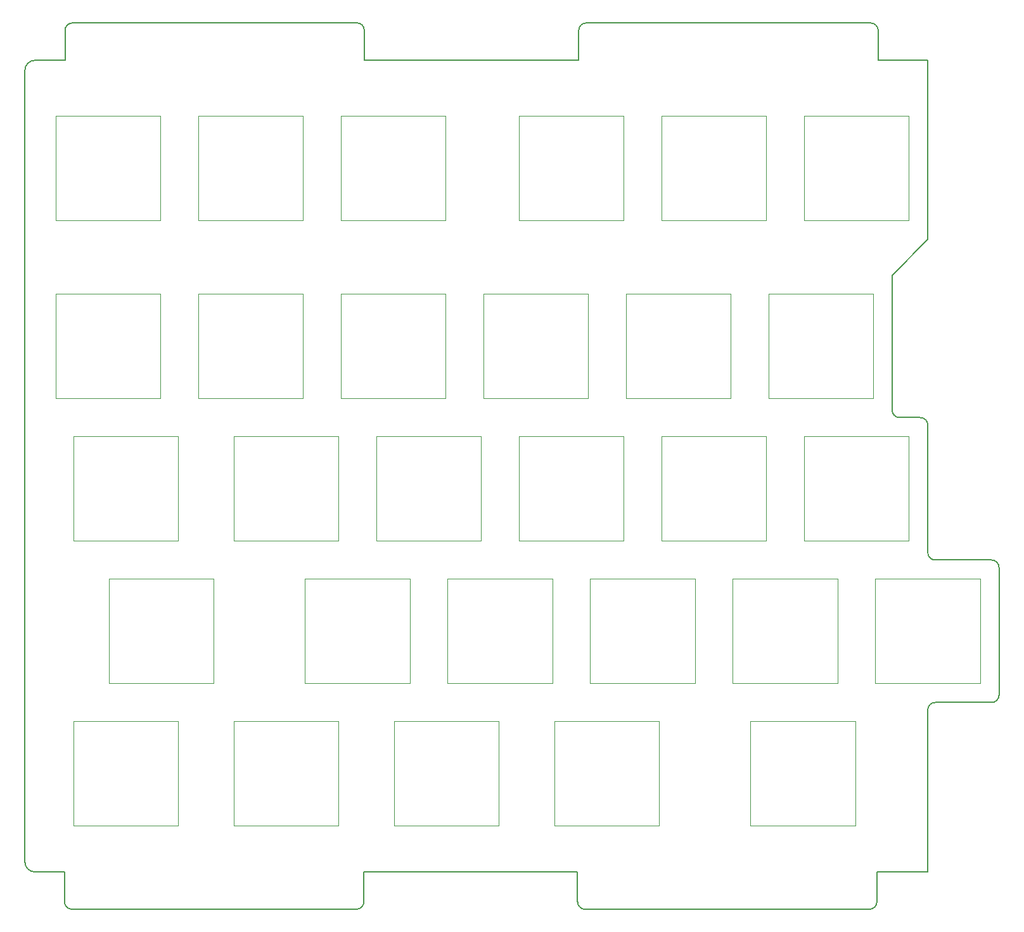
<source format=gbr>
G04 #@! TF.GenerationSoftware,KiCad,Pcbnew,7.0.8*
G04 #@! TF.CreationDate,2023-10-10T15:47:13+09:00*
G04 #@! TF.ProjectId,ckb9,636b6239-2e6b-4696-9361-645f70636258,rev?*
G04 #@! TF.SameCoordinates,Original*
G04 #@! TF.FileFunction,Profile,NP*
%FSLAX46Y46*%
G04 Gerber Fmt 4.6, Leading zero omitted, Abs format (unit mm)*
G04 Created by KiCad (PCBNEW 7.0.8) date 2023-10-10 15:47:13*
%MOMM*%
%LPD*%
G01*
G04 APERTURE LIST*
G04 #@! TA.AperFunction,Profile*
%ADD10C,0.150000*%
G04 #@! TD*
G04 #@! TA.AperFunction,Profile*
%ADD11C,0.100000*%
G04 #@! TD*
G04 APERTURE END LIST*
D10*
X160740020Y-444540000D02*
G75*
G03*
X161740000Y-445540000I999990J-10D01*
G01*
X277080000Y-417890002D02*
G75*
G03*
X276069952Y-418890472I-9990J-1000008D01*
G01*
X155450020Y-439230000D02*
G75*
G03*
X156760000Y-440540000I1309990J-10D01*
G01*
X276069952Y-418890000D02*
X276070000Y-440540000D01*
D11*
X259545000Y-353433500D02*
X259545000Y-339434200D01*
X273545000Y-353433500D02*
X259545000Y-353433500D01*
X273545000Y-339434200D02*
X273545000Y-353433500D01*
X259545000Y-339434200D02*
X273545000Y-339434200D01*
X240495200Y-353433500D02*
X240495200Y-339434200D01*
X254494500Y-353433500D02*
X240495200Y-353433500D01*
X254494500Y-339434200D02*
X254494500Y-353433500D01*
X240495200Y-339434200D02*
X254494500Y-339434200D01*
X221445200Y-353433500D02*
X221445200Y-339434200D01*
X235444500Y-353433500D02*
X221445200Y-353433500D01*
X235444500Y-339434200D02*
X235444500Y-353433500D01*
X221445200Y-339434200D02*
X235444500Y-339434200D01*
X197632700Y-353433500D02*
X197632700Y-339434200D01*
X211632000Y-353433500D02*
X197632700Y-353433500D01*
X211632000Y-339434200D02*
X211632000Y-353433500D01*
X197632700Y-339434200D02*
X211632000Y-339434200D01*
X178582700Y-353433500D02*
X178582700Y-339434200D01*
X192582000Y-353433500D02*
X178582700Y-353433500D01*
X192582000Y-339434200D02*
X192582000Y-353433500D01*
X178582700Y-339434200D02*
X192582000Y-339434200D01*
X159532650Y-353433500D02*
X159532650Y-339434200D01*
X173532200Y-353433500D02*
X159532650Y-353433500D01*
X173532200Y-339434200D02*
X173532200Y-353433500D01*
X159532650Y-339434200D02*
X173532200Y-339434200D01*
X254781300Y-377246000D02*
X254781300Y-363246700D01*
X268782000Y-377246000D02*
X254781300Y-377246000D01*
X268782000Y-363246700D02*
X268782000Y-377246000D01*
X254781300Y-363246700D02*
X268782000Y-363246700D01*
X235732700Y-377246000D02*
X235732700Y-363246700D01*
X249732000Y-377246000D02*
X235732700Y-377246000D01*
X249732000Y-363246700D02*
X249732000Y-377246000D01*
X235732700Y-363246700D02*
X249732000Y-363246700D01*
X216682700Y-377246000D02*
X216682700Y-363246700D01*
X230682000Y-377246000D02*
X216682700Y-377246000D01*
X230682000Y-363246700D02*
X230682000Y-377246000D01*
X216682700Y-363246700D02*
X230682000Y-363246700D01*
X197632700Y-377246000D02*
X197632700Y-363246700D01*
X211632000Y-377246000D02*
X197632700Y-377246000D01*
X211632000Y-363246700D02*
X211632000Y-377246000D01*
X197632700Y-363246700D02*
X211632000Y-363246700D01*
X178582700Y-377246000D02*
X178582700Y-363246700D01*
X192582000Y-377246000D02*
X178582700Y-377246000D01*
X192582000Y-363246700D02*
X192582000Y-377246000D01*
X178582700Y-363246700D02*
X192582000Y-363246700D01*
X159532650Y-377246000D02*
X159532650Y-363246700D01*
X173532200Y-377246000D02*
X159532650Y-377246000D01*
X173532200Y-363246700D02*
X173532200Y-377246000D01*
X159532650Y-363246700D02*
X173532200Y-363246700D01*
X259545000Y-396296000D02*
X259545000Y-382296700D01*
X273545000Y-396296000D02*
X259545000Y-396296000D01*
X273545000Y-382296700D02*
X273545000Y-396296000D01*
X259545000Y-382296700D02*
X273545000Y-382296700D01*
X240495200Y-396296000D02*
X240495200Y-382296700D01*
X254494500Y-396296000D02*
X240495200Y-396296000D01*
X254494500Y-382296700D02*
X254494500Y-396296000D01*
X240495200Y-382296700D02*
X254494500Y-382296700D01*
X221445200Y-396296000D02*
X221445200Y-382296700D01*
X235444500Y-396296000D02*
X221445200Y-396296000D01*
X235444500Y-382296700D02*
X235444500Y-396296000D01*
X221445200Y-382296700D02*
X235444500Y-382296700D01*
X202395200Y-396296000D02*
X202395200Y-382296700D01*
X216394500Y-396296000D02*
X202395200Y-396296000D01*
X216394500Y-382296700D02*
X216394500Y-396296000D01*
X202395200Y-382296700D02*
X216394500Y-382296700D01*
X183345200Y-396296000D02*
X183345200Y-382296700D01*
X197344500Y-396296000D02*
X183345200Y-396296000D01*
X197344500Y-382296700D02*
X197344500Y-396296000D01*
X183345200Y-382296700D02*
X197344500Y-382296700D01*
X161913910Y-396296000D02*
X161913910Y-382296700D01*
X175913400Y-396296000D02*
X161913910Y-396296000D01*
X175913400Y-382296700D02*
X175913400Y-396296000D01*
X161913910Y-382296700D02*
X175913400Y-382296700D01*
X269070000Y-415346100D02*
X269070000Y-401346700D01*
X283070000Y-415346100D02*
X269070000Y-415346100D01*
X283070000Y-401346700D02*
X283070000Y-415346100D01*
X269070000Y-401346700D02*
X283070000Y-401346700D01*
X250020200Y-415346100D02*
X250020200Y-401346700D01*
X264020000Y-415346100D02*
X250020200Y-415346100D01*
X264020000Y-401346700D02*
X264020000Y-415346100D01*
X250020200Y-401346700D02*
X264020000Y-401346700D01*
X230970200Y-415346100D02*
X230970200Y-401346700D01*
X244969500Y-415346100D02*
X230970200Y-415346100D01*
X244969500Y-401346700D02*
X244969500Y-415346100D01*
X230970200Y-401346700D02*
X244969500Y-401346700D01*
X211920200Y-415346100D02*
X211920200Y-401346700D01*
X225919500Y-415346100D02*
X211920200Y-415346100D01*
X225919500Y-401346700D02*
X225919500Y-415346100D01*
X211920200Y-401346700D02*
X225919500Y-401346700D01*
X192870200Y-415346100D02*
X192870200Y-401346700D01*
X206869500Y-415346100D02*
X192870200Y-415346100D01*
X206869500Y-401346700D02*
X206869500Y-415346100D01*
X192870200Y-401346700D02*
X206869500Y-401346700D01*
X166675030Y-415346100D02*
X166675030Y-401346700D01*
X180675900Y-415346100D02*
X166675030Y-415346100D01*
X180675900Y-401346700D02*
X180675900Y-415346100D01*
X166675030Y-401346700D02*
X180675900Y-401346700D01*
X252400100Y-434396090D02*
X252400100Y-420396600D01*
X266401000Y-434396090D02*
X252400100Y-434396090D01*
X266401000Y-420396600D02*
X266401000Y-434396090D01*
X252400100Y-420396600D02*
X266401000Y-420396600D01*
X226206300Y-434396090D02*
X226206300Y-420396600D01*
X240207000Y-434396090D02*
X226206300Y-434396090D01*
X240207000Y-420396600D02*
X240207000Y-434396090D01*
X226206300Y-420396600D02*
X240207000Y-420396600D01*
X204775100Y-434396090D02*
X204775100Y-420396600D01*
X218775800Y-434396090D02*
X204775100Y-434396090D01*
X218775800Y-420396600D02*
X218775800Y-434396090D01*
X204775100Y-420396600D02*
X218775800Y-420396600D01*
X183345200Y-434396090D02*
X183345200Y-420396600D01*
X197344500Y-434396090D02*
X183345200Y-434396090D01*
X197344500Y-420396600D02*
X197344500Y-434396090D01*
X183345200Y-420396600D02*
X197344500Y-420396600D01*
X161913910Y-434396090D02*
X161913910Y-420396600D01*
X175913400Y-434396090D02*
X161913910Y-434396090D01*
X175913400Y-420396600D02*
X175913400Y-434396090D01*
X161913910Y-420396600D02*
X175913400Y-420396600D01*
D10*
X200800020Y-328020000D02*
G75*
G03*
X199800000Y-327020000I-1000010J-10D01*
G01*
X268450000Y-327020000D02*
X230450000Y-327020000D01*
X230450000Y-327020000D02*
G75*
G03*
X229450000Y-328020000I10J-1000010D01*
G01*
X200740000Y-444540000D02*
X200740000Y-440540000D01*
X200740000Y-440540000D02*
X229290000Y-440540000D01*
X199740000Y-445540000D02*
G75*
G03*
X200740000Y-444540000I10J999990D01*
G01*
X161740000Y-445540000D02*
X199740000Y-445540000D01*
X160740000Y-440540000D02*
X160740000Y-444540000D01*
X269450000Y-332020000D02*
X269450000Y-328020000D01*
X160800000Y-328020000D02*
X160800000Y-332020000D01*
X229450000Y-332020000D02*
X200800000Y-332020000D01*
X284590000Y-417890000D02*
X277080000Y-417890000D01*
X276080022Y-397830000D02*
G75*
G03*
X277080472Y-398840048I999988J-10010D01*
G01*
X155450000Y-439230000D02*
X155450000Y-333330000D01*
X156760000Y-332020000D02*
G75*
G03*
X155450000Y-333330000I10J-1310010D01*
G01*
X156760000Y-332020000D02*
X160800000Y-332020000D01*
X272320000Y-379790000D02*
X275080000Y-379789952D01*
X277080000Y-398840048D02*
X284600000Y-398840000D01*
X285599970Y-399850048D02*
G75*
G03*
X284599528Y-398840000I-999960J10038D01*
G01*
X285600000Y-399850048D02*
X285600048Y-416890000D01*
X276080000Y-355990000D02*
X271320000Y-360750000D01*
X161800000Y-327020000D02*
G75*
G03*
X160800000Y-328020000I10J-1000010D01*
G01*
X269450020Y-328020000D02*
G75*
G03*
X268450000Y-327020000I-1000010J-10D01*
G01*
X276080018Y-380800000D02*
G75*
G03*
X275079528Y-379789952I-1000008J9990D01*
G01*
X271319970Y-378779952D02*
G75*
G03*
X272320472Y-379790000I1000040J-9958D01*
G01*
X229290020Y-444540000D02*
G75*
G03*
X230290000Y-445540000I999990J-10D01*
G01*
X199800000Y-327020000D02*
X161800000Y-327020000D01*
X271320000Y-360750000D02*
X271320000Y-378779952D01*
X276080000Y-332020000D02*
X276080000Y-355990000D01*
X276080000Y-332020000D02*
X269450000Y-332020000D01*
X269290000Y-444540000D02*
X269290000Y-440540000D01*
X269290000Y-440540000D02*
X276070000Y-440540000D01*
X268290000Y-445540000D02*
G75*
G03*
X269290000Y-444540000I10J999990D01*
G01*
X230290000Y-445540000D02*
X268290000Y-445540000D01*
X229290000Y-440540000D02*
X229290000Y-444540000D01*
X276080000Y-380800000D02*
X276080000Y-397830000D01*
X284590000Y-417889998D02*
G75*
G03*
X285600048Y-416889528I10010J999988D01*
G01*
X200800000Y-332020000D02*
X200800000Y-328020000D01*
X156760000Y-440540000D02*
X160740000Y-440540000D01*
X229450000Y-328020000D02*
X229450000Y-332020000D01*
M02*

</source>
